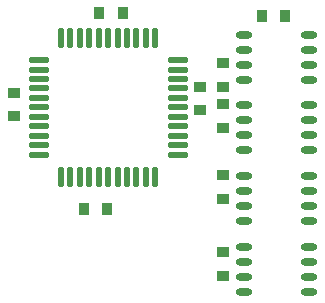
<source format=gbp>
G04 Layer_Color=128*
%FSLAX25Y25*%
%MOIN*%
G70*
G01*
G75*
%ADD17R,0.03740X0.03937*%
%ADD19R,0.03937X0.03740*%
%ADD33O,0.02165X0.06890*%
%ADD34O,0.06890X0.02165*%
%ADD35O,0.05512X0.02362*%
D17*
X50886Y32087D02*
D03*
X58760D02*
D03*
X56102Y97441D02*
D03*
X63976D02*
D03*
X118110Y96457D02*
D03*
X110236D02*
D03*
D19*
X97441Y9843D02*
D03*
Y17717D02*
D03*
Y35433D02*
D03*
Y43307D02*
D03*
Y59055D02*
D03*
Y66929D02*
D03*
X89567Y72835D02*
D03*
Y64961D02*
D03*
X27559Y62992D02*
D03*
Y70866D02*
D03*
X97441Y80709D02*
D03*
Y72835D02*
D03*
D33*
X43307Y89075D02*
D03*
X46457D02*
D03*
X49606D02*
D03*
X52756D02*
D03*
X55905D02*
D03*
X59055D02*
D03*
X62205D02*
D03*
X65354D02*
D03*
X68504D02*
D03*
X71653D02*
D03*
X74803D02*
D03*
Y42815D02*
D03*
X71653D02*
D03*
X68504D02*
D03*
X65354D02*
D03*
X62205D02*
D03*
X59055D02*
D03*
X55905D02*
D03*
X52756D02*
D03*
X49606D02*
D03*
X46457D02*
D03*
X43307D02*
D03*
D34*
X82185Y81693D02*
D03*
Y78543D02*
D03*
Y75394D02*
D03*
Y72244D02*
D03*
Y69095D02*
D03*
Y65945D02*
D03*
Y62795D02*
D03*
Y59646D02*
D03*
Y56496D02*
D03*
Y53347D02*
D03*
Y50197D02*
D03*
X35925D02*
D03*
Y53347D02*
D03*
Y56496D02*
D03*
Y59646D02*
D03*
Y62795D02*
D03*
Y65945D02*
D03*
Y69095D02*
D03*
Y72244D02*
D03*
Y75394D02*
D03*
Y78543D02*
D03*
Y81693D02*
D03*
D35*
X125984Y19311D02*
D03*
Y4311D02*
D03*
X104331Y19311D02*
D03*
Y14311D02*
D03*
Y9311D02*
D03*
Y4311D02*
D03*
X125984Y14311D02*
D03*
Y9311D02*
D03*
Y42933D02*
D03*
Y37933D02*
D03*
Y32933D02*
D03*
Y27933D02*
D03*
X104331Y42933D02*
D03*
Y37933D02*
D03*
Y32933D02*
D03*
Y27933D02*
D03*
Y75177D02*
D03*
Y80177D02*
D03*
Y85177D02*
D03*
Y90177D02*
D03*
X125984Y75177D02*
D03*
Y80177D02*
D03*
Y85177D02*
D03*
Y90177D02*
D03*
Y66555D02*
D03*
Y61555D02*
D03*
Y56555D02*
D03*
Y51555D02*
D03*
X104331Y66555D02*
D03*
Y61555D02*
D03*
Y56555D02*
D03*
Y51555D02*
D03*
M02*

</source>
